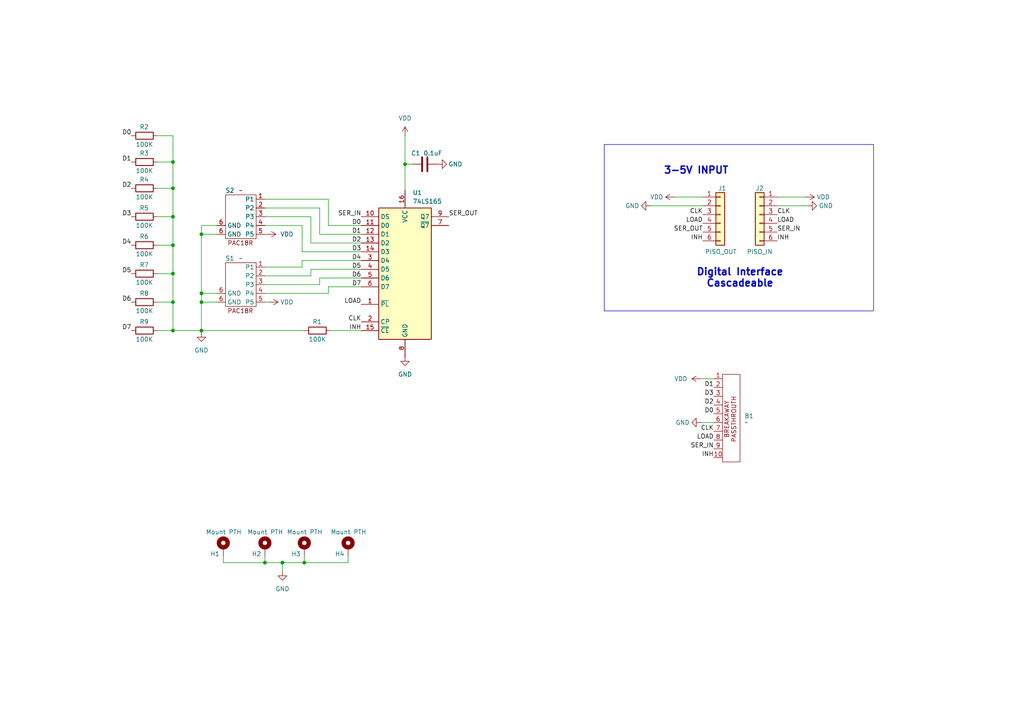
<source format=kicad_sch>
(kicad_sch (version 20231120) (generator "eeschema") (generator_version "8.0")
  (paper "A4")
  (title_block (title "Absolute Encoder Board") (date "2024-09-09") (rev "v0.1") (company "Flywheel Lab"))
  (lib_symbols
    (symbol "74xx:74LS165"
      (property "Reference" "U" (at -7.62 19.05 0))
      (property "Value" "74LS165" (at -7.62 -21.59 0))
      (symbol "74LS165_1_0"
        (pin input line (at -12.7 -10.16 0) (length 5.08) (name "~{PL}") (number "1"))
        (pin input line (at -12.7 15.24 0) (length 5.08) (name "DS") (number "10"))
        (pin input line (at -12.7 12.7 0) (length 5.08) (name "D0") (number "11"))
        (pin input line (at -12.7 10.16 0) (length 5.08) (name "D1") (number "12"))
        (pin input line (at -12.7 7.62 0) (length 5.08) (name "D2") (number "13"))
        (pin input line (at -12.7 5.08 0) (length 5.08) (name "D3") (number "14"))
        (pin input line (at -12.7 -17.78 0) (length 5.08) (name "~{CE}") (number "15"))
        (pin power_in line (at 0 22.86 270) (length 5.08) (name "VCC") (number "16"))
        (pin input line (at -12.7 -15.24 0) (length 5.08) (name "CP") (number "2"))
        (pin input line (at -12.7 2.54 0) (length 5.08) (name "D4") (number "3"))
        (pin input line (at -12.7 0 0) (length 5.08) (name "D5") (number "4"))
        (pin input line (at -12.7 -2.54 0) (length 5.08) (name "D6") (number "5"))
        (pin input line (at -12.7 -5.08 0) (length 5.08) (name "D7") (number "6"))
        (pin output line (at 12.7 12.7 180) (length 5.08) (name "~{Q7}") (number "7"))
        (pin power_in line (at 0 -25.4 90) (length 5.08) (name "GND") (number "8"))
        (pin output line (at 12.7 15.24 180) (length 5.08) (name "Q7") (number "9"))
      )
      (symbol "74LS165_1_1"
        (rectangle (start -7.62 17.78) (end 7.62 -20.32) (stroke (width 0.254)) (fill (type background)))
      )
    )
    (symbol "AbsoluteEncoder_Library:Breakaway_10pos"
      (property "Reference" "B" (at -1.778 13.716 0))
      (symbol "Breakaway_10pos_1_1"
        (rectangle (start -2.54 12.7) (end 2.54 -12.7))
        (text "BREAKAWAY\nPASSTHROUTH" (at -0.254 -0.254 900) (effects (font (size 1.27 1.27))))
        (pin input line (at -5.08 11.43 0) (length 2.54) (name "") (number "1"))
        (pin input line (at -5.08 -11.43 0) (length 2.54) (name "") (number "10"))
        (pin input line (at -5.08 8.89 0) (length 2.54) (name "") (number "2"))
        (pin input line (at -5.08 6.35 0) (length 2.54) (name "") (number "3"))
        (pin input line (at -5.08 3.81 0) (length 2.54) (name "") (number "4"))
        (pin input line (at -5.08 1.27 0) (length 2.54) (name "") (number "5"))
        (pin input line (at -5.08 -1.27 0) (length 2.54) (name "") (number "6"))
        (pin input line (at -5.08 -3.81 0) (length 2.54) (name "") (number "7"))
        (pin input line (at -5.08 -6.35 0) (length 2.54) (name "") (number "8"))
        (pin input line (at -5.08 -8.89 0) (length 2.54) (name "") (number "9"))
      )
    )
    (symbol "AbsoluteEncoder_Library:PAC18R"
      (property "Reference" "S" (at -3.048 7.366 0))
      (symbol "PAC18R_0_1"
        (rectangle (start -3.81 6.35) (end 5.08 -6.35))
      )
      (symbol "PAC18R_1_1"
        (text "PAC18R" (at 0.508 -7.62 0) (effects (font (size 1.27 1.27))))
        (pin output line (at 7.62 5.08 180) (length 2.54) (name "P1") (number "1"))
        (pin output line (at 7.62 2.54 180) (length 2.54) (name "P2") (number "2"))
        (pin output line (at 7.62 0 180) (length 2.54) (name "P3") (number "3"))
        (pin output line (at 7.62 -2.54 180) (length 2.54) (name "P4") (number "4"))
        (pin input line (at 7.62 -5.08 180) (length 2.54) (name "P5") (number "5"))
        (pin input line (at -6.35 -5.08 0) (length 2.54) (name "GND") (number "6"))
        (pin input line (at -6.35 -2.54 0) (length 2.54) (name "GND") (number "6"))
      )
    )
    (symbol "Connector_Generic:Conn_01x06" (pin_names (offset 1.016) hide)
      (property "Reference" "J" (at 0 7.62 0))
      (property "Value" "Conn_01x06" (at 0 -10.16 0))
      (symbol "Conn_01x06_1_1"
        (rectangle (start -1.27 -7.493) (end 0 -7.747) (stroke (width 0.1524)))
        (rectangle (start -1.27 -4.953) (end 0 -5.207) (stroke (width 0.1524)))
        (rectangle (start -1.27 -2.413) (end 0 -2.667) (stroke (width 0.1524)))
        (rectangle (start -1.27 0.127) (end 0 -0.127) (stroke (width 0.1524)))
        (rectangle (start -1.27 2.667) (end 0 2.413) (stroke (width 0.1524)))
        (rectangle (start -1.27 5.207) (end 0 4.953) (stroke (width 0.1524)))
        (rectangle (start -1.27 6.35) (end 1.27 -8.89) (stroke (width 0.254)) (fill (type background)))
        (pin passive line (at -5.08 5.08 0) (length 3.81) (name "Pin_1") (number "1"))
        (pin passive line (at -5.08 2.54 0) (length 3.81) (name "Pin_2") (number "2"))
        (pin passive line (at -5.08 0 0) (length 3.81) (name "Pin_3") (number "3"))
        (pin passive line (at -5.08 -2.54 0) (length 3.81) (name "Pin_4") (number "4"))
        (pin passive line (at -5.08 -5.08 0) (length 3.81) (name "Pin_5") (number "5"))
        (pin passive line (at -5.08 -7.62 0) (length 3.81) (name "Pin_6") (number "6"))
      )
    )
    (symbol "Device:C" (pin_numbers hide) (pin_names (offset 0.254))
      (property "Reference" "C" (at 0.635 2.54 0))
      (property "Value" "C" (at 0.635 -2.54 0))
      (symbol "C_0_1"
        (polyline (pts (xy -2.032 -0.762) (xy 2.032 -0.762)) (stroke (width 0.508)))
        (polyline (pts (xy -2.032 0.762) (xy 2.032 0.762)) (stroke (width 0.508)))
      )
      (symbol "C_1_1"
        (pin passive line (at 0 3.81 270) (length 2.794) (name "~") (number "1"))
        (pin passive line (at 0 -3.81 90) (length 2.794) (name "~") (number "2"))
      )
    )
    (symbol "Device:R" (pin_numbers hide) (pin_names (offset 0))
      (property "Reference" "R" (at 2.032 0 90))
      (property "Value" "R" (at 0 0 90))
      (symbol "R_0_1"
        (rectangle (start -1.016 -2.54) (end 1.016 2.54) (stroke (width 0.254)))
      )
      (symbol "R_1_1"
        (pin passive line (at 0 3.81 270) (length 1.27) (name "~") (number "1"))
        (pin passive line (at 0 -3.81 90) (length 1.27) (name "~") (number "2"))
      )
    )
    (symbol "Mechanical:MountingHole_Pad" (pin_numbers hide) (pin_names (offset 1.016) hide) (exclude_from_sim yes) (in_bom no)
      (property "Reference" "H" (at 0 6.35 0))
      (property "Value" "MountingHole_Pad" (at 0 4.445 0))
      (symbol "MountingHole_Pad_0_1"
        (circle (center 0 1.27) (radius 1.27) (stroke (width 1.27)))
      )
      (symbol "MountingHole_Pad_1_1"
        (pin input line (at 0 -2.54 90) (length 2.54) (name "1") (number "1"))
      )
    )
    (symbol "power:GND" (power) (pin_numbers hide) (pin_names (offset 0) hide)
      (property "Value" "GND" (at 0 -3.81 0))
      (symbol "GND_0_1"
        (polyline (pts (xy 0 0) (xy 0 -1.27) (xy 1.27 -1.27) (xy 0 -2.54) (xy -1.27 -1.27) (xy 0 -1.27)))
      )
      (symbol "GND_1_1"
        (pin power_in line (at 0 0 270) (length 0) (name "~") (number "1"))
      )
    )
    (symbol "power:VDD" (power) (pin_numbers hide) (pin_names (offset 0) hide)
      (property "Value" "VDD" (at 0 3.556 0))
      (symbol "VDD_0_1"
        (polyline (pts (xy -0.762 1.27) (xy 0 2.54)))
        (polyline (pts (xy 0 0) (xy 0 2.54)))
        (polyline (pts (xy 0 2.54) (xy 0.762 1.27)))
      )
      (symbol "VDD_1_1"
        (pin power_in line (at 0 0 90) (length 0) (name "~") (number "1"))
      )
    )
  )
  (junction (at 58.42 85.09))
  (junction (at 88.265 163.195))
  (junction (at 58.42 67.945))
  (junction (at 117.475 47.625))
  (junction (at 50.165 79.375))
  (junction (at 50.165 71.12))
  (junction (at 50.165 87.63))
  (junction (at 50.165 95.885))
  (junction (at 76.835 163.195))
  (junction (at 50.165 62.865))
  (junction (at 81.915 163.195))
  (junction (at 58.42 87.63))
  (junction (at 50.165 54.61))
  (junction (at 50.165 46.99))
  (junction (at 58.42 95.885))
  (wire (pts (xy 45.72 62.865) (xy 50.165 62.865)))
  (wire (pts (xy 58.42 67.945) (xy 62.865 67.945)))
  (wire (pts (xy 100.965 161.29) (xy 100.965 163.195)))
  (wire (pts (xy 50.165 39.37) (xy 50.165 46.99)))
  (wire (pts (xy 58.42 95.885) (xy 50.165 95.885)))
  (wire (pts (xy 64.77 163.195) (xy 76.835 163.195)))
  (wire (pts (xy 203.2 109.855) (xy 207.01 109.855)))
  (wire (pts (xy 45.72 87.63) (xy 50.165 87.63)))
  (wire (pts (xy 87.63 65.405) (xy 87.63 73.025)))
  (wire (pts (xy 92.71 67.945) (xy 92.71 60.325)))
  (wire (pts (xy 62.865 65.405) (xy 58.42 65.405)))
  (wire (pts (xy 50.165 71.12) (xy 50.165 79.375)))
  (wire (pts (xy 45.72 46.99) (xy 50.165 46.99)))
  (wire (pts (xy 76.835 77.47) (xy 87.63 77.47)))
  (wire (pts (xy 225.425 59.69) (xy 234.315 59.69)))
  (wire (pts (xy 50.165 62.865) (xy 50.165 71.12)))
  (wire (pts (xy 95.25 83.185) (xy 95.25 85.09)))
  (wire (pts (xy 45.72 79.375) (xy 50.165 79.375)))
  (wire (pts (xy 45.72 95.885) (xy 50.165 95.885)))
  (wire (pts (xy 92.71 82.55) (xy 92.71 80.645)))
  (wire (pts (xy 58.42 87.63) (xy 62.865 87.63)))
  (wire (pts (xy 233.68 57.15) (xy 225.425 57.15)))
  (wire (pts (xy 58.42 87.63) (xy 58.42 95.885)))
  (wire (pts (xy 87.63 77.47) (xy 87.63 75.565)))
  (wire (pts (xy 58.42 95.885) (xy 88.265 95.885)))
  (wire (pts (xy 58.42 67.945) (xy 58.42 85.09)))
  (wire (pts (xy 95.25 65.405) (xy 104.775 65.405)))
  (wire (pts (xy 50.165 79.375) (xy 50.165 87.63)))
  (wire (pts (xy 195.58 57.15) (xy 203.835 57.15)))
  (wire (pts (xy 45.72 71.12) (xy 50.165 71.12)))
  (wire (pts (xy 58.42 65.405) (xy 58.42 67.945)))
  (wire (pts (xy 45.72 54.61) (xy 50.165 54.61)))
  (wire (pts (xy 95.25 57.785) (xy 95.25 65.405)))
  (wire (pts (xy 203.2 122.555) (xy 207.01 122.555)))
  (wire (pts (xy 87.63 73.025) (xy 104.775 73.025)))
  (wire (pts (xy 117.475 39.37) (xy 117.475 47.625)))
  (wire (pts (xy 90.17 62.865) (xy 90.17 70.485)))
  (wire (pts (xy 104.775 67.945) (xy 92.71 67.945)))
  (wire (pts (xy 90.17 80.01) (xy 76.835 80.01)))
  (wire (pts (xy 76.835 82.55) (xy 92.71 82.55)))
  (wire (pts (xy 58.42 95.885) (xy 58.42 96.52)))
  (wire (pts (xy 90.17 78.105) (xy 104.775 78.105)))
  (wire (pts (xy 92.71 80.645) (xy 104.775 80.645)))
  (wire (pts (xy 90.17 78.105) (xy 90.17 80.01)))
  (wire (pts (xy 90.17 70.485) (xy 104.775 70.485)))
  (wire (pts (xy 117.475 47.625) (xy 117.475 55.245)))
  (wire (pts (xy 95.25 83.185) (xy 104.775 83.185)))
  (wire (pts (xy 188.595 59.69) (xy 203.835 59.69)))
  (wire (pts (xy 77.47 67.945) (xy 76.835 67.945)))
  (wire (pts (xy 58.42 85.09) (xy 62.865 85.09)))
  (wire (pts (xy 100.965 163.195) (xy 88.265 163.195)))
  (wire (pts (xy 76.835 65.405) (xy 87.63 65.405)))
  (wire (pts (xy 88.265 163.195) (xy 81.915 163.195)))
  (wire (pts (xy 76.835 163.195) (xy 81.915 163.195)))
  (wire (pts (xy 76.835 161.29) (xy 76.835 163.195)))
  (wire (pts (xy 50.165 87.63) (xy 50.165 95.885)))
  (wire (pts (xy 81.915 163.195) (xy 81.915 165.735)))
  (wire (pts (xy 64.77 161.29) (xy 64.77 163.195)))
  (wire (pts (xy 58.42 85.09) (xy 58.42 87.63)))
  (wire (pts (xy 95.885 95.885) (xy 104.775 95.885)))
  (wire (pts (xy 50.165 46.99) (xy 50.165 54.61)))
  (wire (pts (xy 45.72 39.37) (xy 50.165 39.37)))
  (wire (pts (xy 87.63 75.565) (xy 104.775 75.565)))
  (wire (pts (xy 76.835 57.785) (xy 95.25 57.785)))
  (wire (pts (xy 76.835 62.865) (xy 90.17 62.865)))
  (wire (pts (xy 76.835 87.63) (xy 78.105 87.63)))
  (wire (pts (xy 76.835 85.09) (xy 95.25 85.09)))
  (wire (pts (xy 119.38 47.625) (xy 117.475 47.625)))
  (wire (pts (xy 88.265 163.195) (xy 88.265 161.29)))
  (wire (pts (xy 76.835 60.325) (xy 92.71 60.325)))
  (wire (pts (xy 50.165 54.61) (xy 50.165 62.865)))
  (rectangle (start 175.26 41.91) (end 253.365 90.17))
  (text "Digital Interface\nCascadeable" (at 214.63 80.645 0) (effects (font (size 2.032 2.032) (thickness 0.4064) (bold yes))))
  (text "3-5V INPUT" (at 201.93 49.53 0) (effects (font (size 2.032 2.032) (thickness 0.4064) (bold yes))))
  (label "CLK" (at 203.835 62.23 180))
  (label "D3" (at 104.775 73.025 180))
  (label "LOAD" (at 203.835 64.77 180))
  (label "CLK" (at 104.775 93.345 180))
  (label "CLK" (at 207.01 125.095 180))
  (label "D4" (at 38.1 71.12 180))
  (label "SER_IN" (at 207.01 130.175 180))
  (label "D3" (at 207.01 114.935 180))
  (label "D1" (at 38.1 46.99 180))
  (label "SER_OUT" (at 130.175 62.865 0))
  (label "D1" (at 104.775 67.945 180))
  (label "D6" (at 104.775 80.645 180))
  (label "D6" (at 38.1 87.63 180))
  (label "INH" (at 207.01 132.715 180))
  (label "D4" (at 104.775 75.565 180))
  (label "D0" (at 207.01 120.015 180))
  (label "SER_IN" (at 225.425 67.31 0))
  (label "LOAD" (at 104.775 88.265 180))
  (label "D7" (at 104.775 83.185 180))
  (label "D2" (at 104.775 70.485 180))
  (label "D2" (at 38.1 54.61 180))
  (label "D0" (at 104.775 65.405 180))
  (label "D3" (at 38.1 62.865 180))
  (label "INH" (at 225.425 69.85 0))
  (label "LOAD" (at 225.425 64.77 0))
  (label "D7" (at 38.1 95.885 180))
  (label "INH" (at 104.775 95.885 180))
  (label "D1" (at 207.01 112.395 180))
  (label "D5" (at 38.1 79.375 180))
  (label "CLK" (at 225.425 62.23 0))
  (label "SER_OUT" (at 203.835 67.31 180))
  (label "D0" (at 38.1 39.37 180))
  (label "SER_IN" (at 104.775 62.865 180))
  (label "INH" (at 203.835 69.85 180))
  (label "D2" (at 207.01 117.475 180))
  (label "D5" (at 104.775 78.105 180))
  (label "LOAD" (at 207.01 127.635 180))
  (symbol (lib_id "Mechanical:MountingHole_Pad") (at 64.77 158.75 0) (unit 1) (exclude_from_sim yes) (in_bom no)
    (property "Reference" "H1" (at 60.96 160.655 0) (effects (justify left)))
    (property "Value" "Mount PTH" (at 59.69 154.305 0) (effects (justify left)))
    (property "Footprint" "MountingHole:MountingHole_2.2mm_M2_Pad_TopBottom" (effects (hide yes)))
    (property "Description" "Mounting Hole with connection" (effects (hide yes)))
  )
  (symbol (lib_id "power:VDD") (at 203.2 109.855 90) (unit 1)
    (property "Reference" "#PWR011" (effects (hide yes)))
    (property "Value" "VDD" (at 199.39 109.8549 90) (effects (justify left)))
    (property "Description" "Power symbol creates a global label with name \"VDD\"" (effects (hide yes)))
  )
  (symbol (lib_id "Device:C") (at 123.19 47.625 90) (unit 1)
    (property "Reference" "C1" (at 121.92 44.45 90) (effects (justify left)))
    (property "Value" "0.1uF" (at 128.27 44.45 90) (effects (justify left)))
    (property "Footprint" "Capacitor_SMD:C_0603_1608Metric" (effects (hide yes)))
    (property "Description" "Unpolarized capacitor" (effects (hide yes)))
  )
  (symbol (lib_id "Mechanical:MountingHole_Pad") (at 88.265 158.75 0) (unit 1) (exclude_from_sim yes) (in_bom no)
    (property "Reference" "H3" (at 84.455 160.655 0) (effects (justify left)))
    (property "Value" "Mount PTH" (at 83.185 154.305 0) (effects (justify left)))
    (property "Footprint" "MountingHole:MountingHole_2.2mm_M2_Pad_TopBottom" (effects (hide yes)))
    (property "Description" "Mounting Hole with connection" (effects (hide yes)))
  )
  (symbol (lib_id "Device:R") (at 41.91 54.61 90) (unit 1)
    (property "Reference" "R4" (at 43.18 52.07 90) (effects (justify left)))
    (property "Value" "100K" (at 44.45 57.15 90) (effects (justify left)))
    (property "Footprint" "Resistor_SMD:R_0603_1608Metric" (effects (hide yes)))
    (property "Description" "Resistor" (effects (hide yes)))
  )
  (symbol (lib_id "power:VDD") (at 78.105 87.63 270) (unit 1)
    (property "Reference" "#PWR09" (effects (hide yes)))
    (property "Value" "VDD" (at 81.28 87.6299 90) (effects (justify left)))
    (property "Description" "Power symbol creates a global label with name \"VDD\"" (effects (hide yes)))
  )
  (symbol (lib_id "Device:R") (at 41.91 39.37 90) (unit 1)
    (property "Reference" "R2" (at 43.18 36.83 90) (effects (justify left)))
    (property "Value" "100K" (at 44.45 41.91 90) (effects (justify left)))
    (property "Footprint" "Resistor_SMD:R_0603_1608Metric" (effects (hide yes)))
    (property "Description" "Resistor" (effects (hide yes)))
  )
  (symbol (lib_id "power:VDD") (at 77.47 67.945 270) (unit 1)
    (property "Reference" "#PWR010" (effects (hide yes)))
    (property "Value" "VDD" (at 81.28 67.9449 90) (effects (justify left)))
    (property "Description" "Power symbol creates a global label with name \"VDD\"" (effects (hide yes)))
  )
  (symbol (lib_id "Connector_Generic:Conn_01x06") (at 208.915 62.23 0) (unit 1)
    (property "Reference" "J1" (at 208.28 54.61 0) (effects (justify left)))
    (property "Value" "PISO_OUT" (at 204.47 73.025 0) (effects (justify left)))
    (property "Footprint" "Connector_PinHeader_2.54mm:PinHeader_1x06_P2.54mm_Vertical" (effects (hide yes)))
    (property "Description" "Generic connector, single row, 01x06, script generated (kicad-library-utils/schlib/autogen/connector/)" (effects (hide yes)))
  )
  (symbol (lib_id "power:GND") (at 58.42 96.52 0) (unit 1)
    (property "Reference" "#PWR01" (effects (hide yes)))
    (property "Value" "GND" (at 58.42 101.6 0))
    (property "Description" "Power symbol creates a global label with name \"GND\" , ground" (effects (hide yes)))
  )
  (symbol (lib_id "power:VDD") (at 233.68 57.15 270) (unit 1)
    (property "Reference" "#PWR07" (effects (hide yes)))
    (property "Value" "VDD" (at 236.855 57.1499 90) (effects (justify left)))
    (property "Description" "Power symbol creates a global label with name \"VDD\"" (effects (hide yes)))
  )
  (symbol (lib_id "Mechanical:MountingHole_Pad") (at 100.965 158.75 0) (unit 1) (exclude_from_sim yes) (in_bom no)
    (property "Reference" "H4" (at 97.155 160.655 0) (effects (justify left)))
    (property "Value" "Mount PTH" (at 95.885 154.305 0) (effects (justify left)))
    (property "Footprint" "MountingHole:MountingHole_2.2mm_M2_Pad_TopBottom" (effects (hide yes)))
    (property "Description" "Mounting Hole with connection" (effects (hide yes)))
  )
  (symbol (lib_id "Connector_Generic:Conn_01x06") (at 220.345 62.23 0) (mirror y) (unit 1)
    (property "Reference" "J2" (at 220.345 54.61 0))
    (property "Value" "PISO_IN" (at 220.345 73.025 0))
    (property "Footprint" "Connector_PinHeader_2.54mm:PinHeader_1x06_P2.54mm_Vertical" (effects (hide yes)))
    (property "Description" "Generic connector, single row, 01x06, script generated (kicad-library-utils/schlib/autogen/connector/)" (effects (hide yes)))
  )
  (symbol (lib_id "Device:R") (at 41.91 71.12 90) (unit 1)
    (property "Reference" "R6" (at 43.18 68.58 90) (effects (justify left)))
    (property "Value" "100K" (at 44.45 73.66 90) (effects (justify left)))
    (property "Footprint" "Resistor_SMD:R_0603_1608Metric" (effects (hide yes)))
    (property "Description" "Resistor" (effects (hide yes)))
  )
  (symbol (lib_id "AbsoluteEncoder_Library:PAC18R") (at 69.215 82.55 0) (unit 1)
    (property "Reference" "S1" (at 66.675 74.93 0))
    (property "Value" "~" (at 69.85 74.93 0))
    (property "Footprint" "AbsoluteEncoder:PAC18R" (effects (hide yes)))
    (property "Datasheet" "https://www.mouser.com/datasheet/2/54/pac18r-2511013.pdf" (effects (hide yes)))
    (property "Description" "Grey Code Encoder Switch" (effects (hide yes)))
  )
  (symbol (lib_id "Device:R") (at 41.91 46.99 90) (unit 1)
    (property "Reference" "R3" (at 43.18 44.45 90) (effects (justify left)))
    (property "Value" "100K" (at 44.45 49.53 90) (effects (justify left)))
    (property "Footprint" "Resistor_SMD:R_0603_1608Metric" (effects (hide yes)))
    (property "Description" "Resistor" (effects (hide yes)))
  )
  (symbol (lib_id "AbsoluteEncoder_Library:Breakaway_10pos") (at 212.09 121.285 0) (unit 1)
    (property "Reference" "B1" (at 215.9 120.6499 0) (effects (justify left)))
    (property "Value" "~" (at 215.9 122.555 0) (effects (justify left)))
    (property "Footprint" "AbsoluteEncoder:Breakaway_10pos" (effects (hide yes)))
  )
  (symbol (lib_id "Device:R") (at 41.91 79.375 90) (unit 1)
    (property "Reference" "R7" (at 43.18 76.835 90) (effects (justify left)))
    (property "Value" "100K" (at 44.45 81.915 90) (effects (justify left)))
    (property "Footprint" "Resistor_SMD:R_0603_1608Metric" (effects (hide yes)))
    (property "Description" "Resistor" (effects (hide yes)))
  )
  (symbol (lib_id "AbsoluteEncoder_Library:PAC18R") (at 69.215 62.865 0) (unit 1)
    (property "Reference" "S2" (at 66.675 55.245 0))
    (property "Value" "~" (at 69.85 55.245 0))
    (property "Footprint" "AbsoluteEncoder:PAC18R" (effects (hide yes)))
    (property "Datasheet" "https://www.mouser.com/datasheet/2/54/pac18r-2511013.pdf" (effects (hide yes)))
    (property "Description" "Grey Code Encoder Switch" (effects (hide yes)))
  )
  (symbol (lib_id "power:GND") (at 117.475 103.505 0) (unit 1)
    (property "Reference" "#PWR03" (effects (hide yes)))
    (property "Value" "GND" (at 117.475 108.585 0))
    (property "Description" "Power symbol creates a global label with name \"GND\" , ground" (effects (hide yes)))
  )
  (symbol (lib_id "Device:R") (at 41.91 62.865 90) (unit 1)
    (property "Reference" "R5" (at 43.18 60.325 90) (effects (justify left)))
    (property "Value" "100K" (at 44.45 65.405 90) (effects (justify left)))
    (property "Footprint" "Resistor_SMD:R_0603_1608Metric" (effects (hide yes)))
    (property "Description" "Resistor" (effects (hide yes)))
  )
  (symbol (lib_id "power:GND") (at 81.915 165.735 0) (unit 1)
    (property "Reference" "#PWR08" (effects (hide yes)))
    (property "Value" "GND" (at 81.915 170.815 0))
    (property "Description" "Power symbol creates a global label with name \"GND\" , ground" (effects (hide yes)))
  )
  (symbol (lib_id "74xx:74LS165") (at 117.475 78.105 0) (unit 1)
    (property "Reference" "U1" (at 119.6691 55.88 0) (effects (justify left)))
    (property "Value" "74LS165" (at 119.6691 58.42 0) (effects (justify left)))
    (property "Footprint" "Package_SO:SOIC-16_3.9x9.9mm_P1.27mm" (effects (hide yes)))
    (property "Datasheet" "https://www.ti.com/lit/ds/symlink/sn74ls165a.pdf" (effects (hide yes)))
    (property "Description" "Shift Register 8-bit, parallel load" (effects (hide yes)))
  )
  (symbol (lib_id "power:VDD") (at 195.58 57.15 90) (unit 1)
    (property "Reference" "#PWR02" (effects (hide yes)))
    (property "Value" "VDD" (at 192.405 57.1499 90) (effects (justify left)))
    (property "Description" "Power symbol creates a global label with name \"VDD\"" (effects (hide yes)))
  )
  (symbol (lib_id "power:GND") (at 188.595 59.69 270) (unit 1)
    (property "Reference" "#PWR012" (effects (hide yes)))
    (property "Value" "GND" (at 185.42 59.6899 90) (effects (justify right)))
    (property "Description" "Power symbol creates a global label with name \"GND\" , ground" (effects (hide yes)))
  )
  (symbol (lib_id "power:GND") (at 203.2 122.555 270) (unit 1)
    (property "Reference" "#PWR013" (effects (hide yes)))
    (property "Value" "GND" (at 200.025 122.5549 90) (effects (justify right)))
    (property "Description" "Power symbol creates a global label with name \"GND\" , ground" (effects (hide yes)))
  )
  (symbol (lib_id "power:GND") (at 234.315 59.69 90) (mirror x) (unit 1)
    (property "Reference" "#PWR05" (effects (hide yes)))
    (property "Value" "GND" (at 237.49 59.6899 90) (effects (justify right)))
    (property "Description" "Power symbol creates a global label with name \"GND\" , ground" (effects (hide yes)))
  )
  (symbol (lib_id "Device:R") (at 41.91 87.63 90) (unit 1)
    (property "Reference" "R8" (at 43.18 85.09 90) (effects (justify left)))
    (property "Value" "100K" (at 44.45 90.17 90) (effects (justify left)))
    (property "Footprint" "Resistor_SMD:R_0603_1608Metric" (effects (hide yes)))
    (property "Description" "Resistor" (effects (hide yes)))
  )
  (symbol (lib_id "Device:R") (at 92.075 95.885 90) (unit 1)
    (property "Reference" "R1" (at 93.345 93.345 90) (effects (justify left)))
    (property "Value" "100K" (at 94.615 98.425 90) (effects (justify left)))
    (property "Footprint" "Resistor_SMD:R_0603_1608Metric" (effects (hide yes)))
    (property "Description" "Resistor" (effects (hide yes)))
  )
  (symbol (lib_id "power:VDD") (at 117.475 39.37 0) (unit 1)
    (property "Reference" "#PWR06" (effects (hide yes)))
    (property "Value" "VDD" (at 117.475 34.29 0))
    (property "Description" "Power symbol creates a global label with name \"VDD\"" (effects (hide yes)))
  )
  (symbol (lib_id "Mechanical:MountingHole_Pad") (at 76.835 158.75 0) (unit 1) (exclude_from_sim yes) (in_bom no)
    (property "Reference" "H2" (at 73.025 160.655 0) (effects (justify left)))
    (property "Value" "Mount PTH" (at 71.755 154.305 0) (effects (justify left)))
    (property "Footprint" "MountingHole:MountingHole_2.2mm_M2_Pad_TopBottom" (effects (hide yes)))
    (property "Description" "Mounting Hole with connection" (effects (hide yes)))
  )
  (symbol (lib_id "Device:R") (at 41.91 95.885 90) (unit 1)
    (property "Reference" "R9" (at 43.18 93.345 90) (effects (justify left)))
    (property "Value" "100K" (at 44.45 98.425 90) (effects (justify left)))
    (property "Footprint" "Resistor_SMD:R_0603_1608Metric" (effects (hide yes)))
    (property "Description" "Resistor" (effects (hide yes)))
  )
  (symbol (lib_id "power:GND") (at 127 47.625 90) (unit 1)
    (property "Reference" "#PWR04" (effects (hide yes)))
    (property "Value" "GND" (at 132.08 47.625 90))
    (property "Description" "Power symbol creates a global label with name \"GND\" , ground" (effects (hide yes)))
  )
)
</source>
